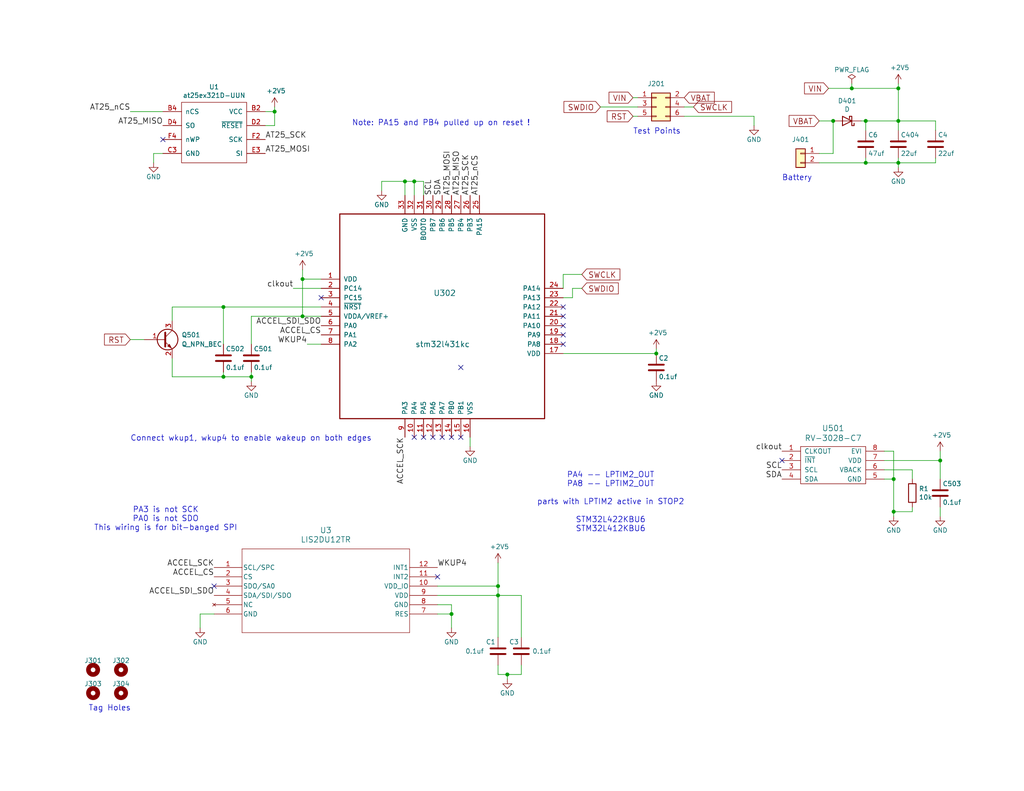
<source format=kicad_sch>
(kicad_sch (version 20231120) (generator "eeschema") (generator_version "8.0")
  (paper "USLetter")
  (title_block (title "BitTag with External Memory and LI2DW12") (date "2025-02-19") (company "IUCS") (comment 1 "Geoffrey Brown"))
  (lib_symbols
    (symbol "BitTagNG:RV-3028-C7-AccelTag" (pin_names (offset 1.016))
      (property "Reference" "U" (at 0 7.62 0))
      (property "Value" "RV-3028-C7-AccelTag" (at 1.27 -7.62 0))
      (symbol "RV-3028-C7-AccelTag_0_1"
        (rectangle (start -8.89 5.08) (end 8.89 -5.08))
      )
      (symbol "RV-3028-C7-AccelTag_1_1"
        (pin input line (at -13.97 3.81 0) (length 5.08) (name "CLKOUT") (number "1"))
        (pin input line (at -13.97 1.27 0) (length 5.08) (name "~{INT}") (number "2"))
        (pin input line (at -13.97 -1.27 0) (length 5.08) (name "SCL") (number "3"))
        (pin input line (at -13.97 -3.81 0) (length 5.08) (name "SDA") (number "4"))
        (pin power_out line (at 13.97 -3.81 180) (length 5.08) (name "GND") (number "5"))
        (pin input line (at 13.97 -1.27 180) (length 5.08) (name "VBACK") (number "6"))
        (pin input line (at 13.97 1.27 180) (length 5.08) (name "VDD") (number "7"))
        (pin input line (at 13.97 3.81 180) (length 5.08) (name "EVI") (number "8"))
      )
    )
    (symbol "BitTagNG:at25ex321D-UUN-AccelTag" (pin_names (offset 1.016))
      (property "Reference" "U" (at 0 7.62 0))
      (property "Value" "at25ex321D-UUN-AccelTag" (at -1.27 -12.7 0))
      (symbol "at25ex321D-UUN-AccelTag_0_1"
        (rectangle (start -8.89 -10.16) (end 8.89 6.35))
      )
      (symbol "at25ex321D-UUN-AccelTag_1_1"
        (pin no_connect line (at -12.7 -12.7 0) (length 5.08) hide (name "NC") (number "A1"))
        (pin no_connect line (at 12.7 -12.7 180) (length 5.08) hide (name "NC") (number "A5"))
        (pin power_in line (at 13.97 3.81 180) (length 5.08) (name "VCC") (number "B2"))
        (pin input line (at -13.97 3.81 0) (length 5.08) (name "nCS") (number "B4"))
        (pin input line (at -13.97 -7.62 0) (length 5.08) (name "GND") (number "C3"))
        (pin input line (at 13.97 0 180) (length 5.08) (name "~{RESET}") (number "D2"))
        (pin output line (at -13.97 0 0) (length 5.08) (name "SO") (number "D4"))
        (pin input line (at 13.97 -7.62 180) (length 5.08) (name "SI") (number "E3"))
        (pin input line (at 13.97 -3.81 180) (length 5.08) (name "SCK") (number "F2"))
        (pin input line (at -13.97 -3.81 0) (length 5.08) (name "nWP") (number "F4"))
        (pin no_connect line (at -12.7 -15.24 0) (length 5.08) hide (name "NC") (number "G1"))
        (pin no_connect line (at 12.7 -15.24 180) (length 5.08) hide (name "NC") (number "G5"))
      )
    )
    (symbol "BitTagNG:stm32l432-AccelTag" (pin_names (offset 1.016))
      (property "Reference" "U" (at 36.83 -3.81 0))
      (property "Value" "stm32l432-AccelTag" (at 59.69 -24.13 0))
      (symbol "stm32l432-AccelTag_1_1"
        (rectangle (start 5.08 17.78) (end 60.96 -38.1) (stroke (width 0.3048)))
        (pin power_in line (at 0 0 0) (length 5.08) (name "VDD") (number "1"))
        (pin bidirectional line (at 25.4 -43.18 90) (length 5.08) (name "PA4") (number "10"))
        (pin bidirectional line (at 27.94 -43.18 90) (length 5.08) (name "PA5") (number "11"))
        (pin bidirectional line (at 30.48 -43.18 90) (length 5.08) (name "PA6") (number "12"))
        (pin bidirectional line (at 33.02 -43.18 90) (length 5.08) (name "PA7") (number "13"))
        (pin bidirectional line (at 35.56 -43.18 90) (length 5.08) (name "PB0") (number "14"))
        (pin bidirectional line (at 38.1 -43.18 90) (length 5.08) (name "PB1") (number "15"))
        (pin input line (at 40.64 -43.18 90) (length 5.08) (name "VSS") (number "16"))
        (pin power_in line (at 66.04 -20.32 180) (length 5.08) (name "VDD") (number "17"))
        (pin bidirectional line (at 66.04 -17.78 180) (length 5.08) (name "PA8") (number "18"))
        (pin bidirectional line (at 66.04 -15.24 180) (length 5.08) (name "PA9") (number "19"))
        (pin bidirectional line (at 0 -2.54 0) (length 5.08) (name "PC14") (number "2"))
        (pin bidirectional line (at 66.04 -12.7 180) (length 5.08) (name "PA10") (number "20"))
        (pin bidirectional line (at 66.04 -10.16 180) (length 5.08) (name "PA11") (number "21"))
        (pin bidirectional line (at 66.04 -7.62 180) (length 5.08) (name "PA12") (number "22"))
        (pin bidirectional line (at 66.04 -5.08 180) (length 5.08) (name "PA13") (number "23"))
        (pin bidirectional line (at 66.04 -2.54 180) (length 5.08) (name "PA14") (number "24"))
        (pin bidirectional line (at 43.18 22.86 270) (length 5.08) (name "PA15") (number "25"))
        (pin bidirectional line (at 40.64 22.86 270) (length 5.08) (name "PB3") (number "26"))
        (pin bidirectional line (at 38.1 22.86 270) (length 5.08) (name "PB4") (number "27"))
        (pin bidirectional line (at 35.56 22.86 270) (length 5.08) (name "PB5") (number "28"))
        (pin bidirectional line (at 33.02 22.86 270) (length 5.08) (name "PB6") (number "29"))
        (pin bidirectional line (at 0 -5.08 0) (length 5.08) (name "PC15") (number "3"))
        (pin bidirectional line (at 30.48 22.86 270) (length 5.08) (name "PB7") (number "30"))
        (pin input line (at 27.94 22.86 270) (length 5.08) (name "BOOT0") (number "31"))
        (pin input line (at 25.4 22.86 270) (length 5.08) (name "VSS") (number "32"))
        (pin input line (at 22.86 22.86 270) (length 5.08) (name "GND") (number "33"))
        (pin bidirectional line (at 0 -7.62 0) (length 5.08) (name "~{NRST}") (number "4"))
        (pin power_in line (at 0 -10.16 0) (length 5.08) (name "VDDA/VREF+") (number "5"))
        (pin bidirectional line (at 0 -12.7 0) (length 5.08) (name "PA0") (number "6"))
        (pin bidirectional line (at 0 -15.24 0) (length 5.08) (name "PA1") (number "7"))
        (pin bidirectional line (at 0 -17.78 0) (length 5.08) (name "PA2") (number "8"))
        (pin bidirectional line (at 22.86 -43.18 90) (length 5.08) (name "PA3") (number "9"))
      )
    )
    (symbol "Connector_Generic:Conn_01x02" (pin_names (offset 1.016) hide)
      (property "Reference" "J" (at 0 2.54 0))
      (property "Value" "Conn_01x02" (at 0 -5.08 0))
      (symbol "Conn_01x02_1_1"
        (rectangle (start -1.27 -2.413) (end 0 -2.667) (stroke (width 0.1524)))
        (rectangle (start -1.27 0.127) (end 0 -0.127) (stroke (width 0.1524)))
        (rectangle (start -1.27 1.27) (end 1.27 -3.81) (stroke (width 0.254)) (fill (type background)))
        (pin passive line (at -5.08 0 0) (length 3.81) (name "Pin_1") (number "1"))
        (pin passive line (at -5.08 -2.54 0) (length 3.81) (name "Pin_2") (number "2"))
      )
    )
    (symbol "Connector_Generic:Conn_02x03_Odd_Even" (pin_names (offset 1.016) hide)
      (property "Reference" "J" (at 1.27 5.08 0))
      (property "Value" "Conn_02x03_Odd_Even" (at 1.27 -5.08 0))
      (symbol "Conn_02x03_Odd_Even_1_1"
        (rectangle (start -1.27 -2.413) (end 0 -2.667) (stroke (width 0.1524)))
        (rectangle (start -1.27 0.127) (end 0 -0.127) (stroke (width 0.1524)))
        (rectangle (start -1.27 2.667) (end 0 2.413) (stroke (width 0.1524)))
        (rectangle (start -1.27 3.81) (end 3.81 -3.81) (stroke (width 0.254)) (fill (type background)))
        (rectangle (start 3.81 -2.413) (end 2.54 -2.667) (stroke (width 0.1524)))
        (rectangle (start 3.81 0.127) (end 2.54 -0.127) (stroke (width 0.1524)))
        (rectangle (start 3.81 2.667) (end 2.54 2.413) (stroke (width 0.1524)))
        (pin passive line (at -5.08 2.54 0) (length 3.81) (name "Pin_1") (number "1"))
        (pin passive line (at 7.62 2.54 180) (length 3.81) (name "Pin_2") (number "2"))
        (pin passive line (at -5.08 0 0) (length 3.81) (name "Pin_3") (number "3"))
        (pin passive line (at 7.62 0 180) (length 3.81) (name "Pin_4") (number "4"))
        (pin passive line (at -5.08 -2.54 0) (length 3.81) (name "Pin_5") (number "5"))
        (pin passive line (at 7.62 -2.54 180) (length 3.81) (name "Pin_6") (number "6"))
      )
    )
    (symbol "Device:C" (pin_numbers hide) (pin_names (offset 0.254))
      (property "Reference" "C" (at 0.635 2.54 0))
      (property "Value" "C" (at 0.635 -2.54 0))
      (symbol "C_0_1"
        (polyline (pts (xy -2.032 -0.762) (xy 2.032 -0.762)) (stroke (width 0.508)))
        (polyline (pts (xy -2.032 0.762) (xy 2.032 0.762)) (stroke (width 0.508)))
      )
      (symbol "C_1_1"
        (pin passive line (at 0 3.81 270) (length 2.794) (name "~") (number "1"))
        (pin passive line (at 0 -3.81 90) (length 2.794) (name "~") (number "2"))
      )
    )
    (symbol "Device:D_Schottky" (pin_numbers hide) (pin_names (offset 1.016) hide)
      (property "Reference" "D" (at 0 2.54 0))
      (property "Value" "D_Schottky" (at 0 -2.54 0))
      (symbol "D_Schottky_0_1"
        (polyline (pts (xy 1.27 0) (xy -1.27 0)))
        (polyline (pts (xy 1.27 1.27) (xy 1.27 -1.27) (xy -1.27 0) (xy 1.27 1.27)) (stroke (width 0.254)))
        (polyline (pts (xy -1.905 0.635) (xy -1.905 1.27) (xy -1.27 1.27) (xy -1.27 -1.27) (xy -0.635 -1.27) (xy -0.635 -0.635)) (stroke (width 0.254)))
      )
      (symbol "D_Schottky_1_1"
        (pin passive line (at -3.81 0 0) (length 2.54) (name "K") (number "1"))
        (pin passive line (at 3.81 0 180) (length 2.54) (name "A") (number "2"))
      )
    )
    (symbol "Device:Q_NPN_BEC" (pin_names (offset 0) hide)
      (property "Reference" "Q" (at 5.08 1.27 0))
      (property "Value" "Q_NPN_BEC" (at 5.08 -1.27 0))
      (symbol "Q_NPN_BEC_0_1"
        (polyline (pts (xy 0.635 0.635) (xy 2.54 2.54)))
        (polyline (pts (xy 0.635 -0.635) (xy 2.54 -2.54) (xy 2.54 -2.54)))
        (polyline (pts (xy 0.635 1.905) (xy 0.635 -1.905) (xy 0.635 -1.905)) (stroke (width 0.508)))
        (polyline (pts (xy 1.27 -1.778) (xy 1.778 -1.27) (xy 2.286 -2.286) (xy 1.27 -1.778) (xy 1.27 -1.778)) (fill (type outline)))
        (circle (center 1.27 0) (radius 2.8194) (stroke (width 0.254)))
      )
      (symbol "Q_NPN_BEC_1_1"
        (pin input line (at -5.08 0 0) (length 5.715) (name "B") (number "1"))
        (pin passive line (at 2.54 -5.08 90) (length 2.54) (name "E") (number "2"))
        (pin passive line (at 2.54 5.08 270) (length 2.54) (name "C") (number "3"))
      )
    )
    (symbol "Device:R" (pin_numbers hide) (pin_names (offset 0))
      (property "Reference" "R" (at 2.032 0 90))
      (property "Value" "R" (at 0 0 90))
      (symbol "R_0_1"
        (rectangle (start -1.016 -2.54) (end 1.016 2.54) (stroke (width 0.254)))
      )
      (symbol "R_1_1"
        (pin passive line (at 0 3.81 270) (length 1.27) (name "~") (number "1"))
        (pin passive line (at 0 -3.81 90) (length 1.27) (name "~") (number "2"))
      )
    )
    (symbol "Mechanical:MountingHole" (pin_names (offset 1.016))
      (property "Reference" "H" (at 0 5.08 0))
      (property "Value" "MountingHole" (at 0 3.175 0))
      (symbol "MountingHole_0_1"
        (circle (center 0 0) (radius 1.27) (stroke (width 1.27)))
      )
    )
    (symbol "lis2du12:LIS2DU12TR" (pin_names (offset 0.254))
      (property "Reference" "U" (at 30.48 10.16 0))
      (property "Value" "LIS2DU12TR" (at 30.48 7.62 0))
      (symbol "LIS2DU12TR_0_1"
        (polyline (pts (xy 7.62 -17.78) (xy 53.34 -17.78)) (stroke (width 0.127)))
        (polyline (pts (xy 7.62 5.08) (xy 7.62 -17.78)) (stroke (width 0.127)))
        (polyline (pts (xy 53.34 -17.78) (xy 53.34 5.08)) (stroke (width 0.127)))
        (polyline (pts (xy 53.34 5.08) (xy 7.62 5.08)) (stroke (width 0.127)))
        (pin unspecified line (at 0 0 0) (length 7.62) (name "SCL/SPC") (number "1"))
        (pin power_in line (at 60.96 -5.08 180) (length 7.62) (name "VDD_IO") (number "10"))
        (pin input line (at 60.96 -2.54 180) (length 7.62) (name "INT2") (number "11"))
        (pin input line (at 60.96 0 180) (length 7.62) (name "INT1") (number "12"))
        (pin unspecified line (at 0 -2.54 0) (length 7.62) (name "CS") (number "2"))
        (pin output line (at 0 -5.08 0) (length 7.62) (name "SDO/SA0") (number "3"))
        (pin bidirectional line (at 0 -7.62 0) (length 7.62) (name "SDA/SDI/SDO") (number "4"))
        (pin no_connect line (at 0 -10.16 0) (length 7.62) (name "NC") (number "5"))
        (pin power_out line (at 0 -12.7 0) (length 7.62) (name "GND") (number "6"))
        (pin power_out line (at 60.96 -12.7 180) (length 7.62) (name "RES") (number "7"))
        (pin power_out line (at 60.96 -10.16 180) (length 7.62) (name "GND") (number "8"))
        (pin power_in line (at 60.96 -7.62 180) (length 7.62) (name "VDD") (number "9"))
      )
    )
    (symbol "power:+2V5" (power) (pin_names (offset 0))
      (property "Value" "+2V5" (at 0 3.556 0))
      (symbol "+2V5_0_1"
        (polyline (pts (xy -0.762 1.27) (xy 0 2.54)))
        (polyline (pts (xy 0 0) (xy 0 2.54)))
        (polyline (pts (xy 0 2.54) (xy 0.762 1.27)))
      )
      (symbol "+2V5_1_1"
        (pin power_in line (at 0 0 90) (length 0) hide (name "+2V5") (number "1"))
      )
    )
    (symbol "power:GND" (power) (pin_names (offset 0))
      (property "Value" "GND" (at 0 -3.81 0))
      (symbol "GND_0_1"
        (polyline (pts (xy 0 0) (xy 0 -1.27) (xy 1.27 -1.27) (xy 0 -2.54) (xy -1.27 -1.27) (xy 0 -1.27)))
      )
      (symbol "GND_1_1"
        (pin power_in line (at 0 0 270) (length 0) hide (name "GND") (number "1"))
      )
    )
    (symbol "power:PWR_FLAG" (power) (pin_numbers hide) (pin_names (offset 0) hide)
      (property "Value" "PWR_FLAG" (at 0 3.81 0))
      (symbol "PWR_FLAG_0_0"
        (pin power_out line (at 0 0 90) (length 0) (name "pwr") (number "1"))
      )
      (symbol "PWR_FLAG_0_1"
        (polyline (pts (xy 0 0) (xy 0 1.27) (xy -1.016 1.905) (xy 0 2.54) (xy 1.016 1.905) (xy 0 1.27)))
      )
    )
  )
  (junction (at 138.43 184.15))
  (junction (at 60.96 102.87))
  (junction (at 227.33 33.02))
  (junction (at 256.54 125.73))
  (junction (at 82.55 86.36))
  (junction (at 110.49 49.53))
  (junction (at 245.11 24.13))
  (junction (at 68.58 102.87))
  (junction (at 232.41 24.13))
  (junction (at 60.96 83.82))
  (junction (at 245.11 33.02))
  (junction (at 123.19 167.64))
  (junction (at 179.07 96.52))
  (junction (at 243.84 139.7))
  (junction (at 113.03 49.53))
  (junction (at 135.89 162.56))
  (junction (at 243.84 130.81))
  (junction (at 82.55 76.2))
  (junction (at 135.89 160.02))
  (junction (at 245.11 44.45))
  (junction (at 236.22 44.45))
  (junction (at 236.22 33.02))
  (junction (at 74.93 30.48))
  (no_connect (at 44.45 38.1))
  (no_connect (at 153.67 83.82))
  (no_connect (at 113.03 119.38))
  (no_connect (at 118.11 119.38))
  (no_connect (at 120.65 119.38))
  (no_connect (at 153.67 91.44))
  (no_connect (at 153.67 86.36))
  (no_connect (at 125.73 100.33))
  (no_connect (at 58.42 160.02))
  (no_connect (at 119.38 157.48))
  (no_connect (at 123.19 119.38))
  (no_connect (at 153.67 93.98))
  (no_connect (at 87.63 81.28))
  (no_connect (at 153.67 88.9))
  (no_connect (at 115.57 119.38))
  (no_connect (at 125.73 119.38))
  (no_connect (at 213.36 125.73))
  (wire (pts (xy 255.27 44.45) (xy 255.27 43.18)))
  (wire (pts (xy 135.89 153.67) (xy 135.89 160.02)))
  (wire (pts (xy 138.43 185.42) (xy 138.43 184.15)))
  (wire (pts (xy 241.3 123.19) (xy 243.84 123.19)))
  (wire (pts (xy 68.58 93.98) (xy 68.58 86.36)))
  (wire (pts (xy 205.74 31.75) (xy 205.74 34.29)))
  (wire (pts (xy 223.52 33.02) (xy 227.33 33.02)))
  (wire (pts (xy 58.42 167.64) (xy 54.61 167.64)))
  (wire (pts (xy 119.38 160.02) (xy 135.89 160.02)))
  (wire (pts (xy 236.22 33.02) (xy 245.11 33.02)))
  (wire (pts (xy 104.14 49.53) (xy 110.49 49.53)))
  (wire (pts (xy 172.72 26.67) (xy 173.99 26.67)))
  (wire (pts (xy 128.27 119.38) (xy 128.27 121.92)))
  (wire (pts (xy 123.19 165.1) (xy 123.19 167.64)))
  (wire (pts (xy 119.38 165.1) (xy 123.19 165.1)))
  (wire (pts (xy 104.14 52.07) (xy 104.14 49.53)))
  (wire (pts (xy 135.89 184.15) (xy 138.43 184.15)))
  (wire (pts (xy 232.41 24.13) (xy 245.11 24.13)))
  (wire (pts (xy 46.99 83.82) (xy 60.96 83.82)))
  (wire (pts (xy 82.55 86.36) (xy 87.63 86.36)))
  (wire (pts (xy 135.89 162.56) (xy 135.89 173.99)))
  (wire (pts (xy 138.43 184.15) (xy 142.24 184.15)))
  (wire (pts (xy 153.67 78.74) (xy 153.67 74.93)))
  (wire (pts (xy 179.07 95.25) (xy 179.07 96.52)))
  (wire (pts (xy 82.55 86.36) (xy 68.58 86.36)))
  (wire (pts (xy 234.95 33.02) (xy 236.22 33.02)))
  (wire (pts (xy 60.96 101.6) (xy 60.96 102.87)))
  (wire (pts (xy 245.11 33.02) (xy 245.11 35.56)))
  (wire (pts (xy 245.11 22.86) (xy 245.11 24.13)))
  (wire (pts (xy 227.33 33.02) (xy 227.33 41.91)))
  (wire (pts (xy 68.58 101.6) (xy 68.58 102.87)))
  (wire (pts (xy 68.58 102.87) (xy 68.58 104.14)))
  (wire (pts (xy 72.39 30.48) (xy 74.93 30.48)))
  (wire (pts (xy 245.11 44.45) (xy 255.27 44.45)))
  (wire (pts (xy 119.38 162.56) (xy 135.89 162.56)))
  (wire (pts (xy 113.03 49.53) (xy 113.03 53.34)))
  (wire (pts (xy 46.99 102.87) (xy 60.96 102.87)))
  (wire (pts (xy 135.89 181.61) (xy 135.89 184.15)))
  (wire (pts (xy 82.55 73.66) (xy 82.55 76.2)))
  (wire (pts (xy 245.11 33.02) (xy 255.27 33.02)))
  (wire (pts (xy 153.67 74.93) (xy 158.75 74.93)))
  (wire (pts (xy 82.55 76.2) (xy 87.63 76.2)))
  (wire (pts (xy 60.96 83.82) (xy 60.96 93.98)))
  (wire (pts (xy 255.27 33.02) (xy 255.27 35.56)))
  (wire (pts (xy 243.84 130.81) (xy 243.84 139.7)))
  (wire (pts (xy 119.38 167.64) (xy 123.19 167.64)))
  (wire (pts (xy 142.24 173.99) (xy 142.24 162.56)))
  (wire (pts (xy 241.3 128.27) (xy 248.92 128.27)))
  (wire (pts (xy 113.03 49.53) (xy 115.57 49.53)))
  (wire (pts (xy 142.24 184.15) (xy 142.24 181.61)))
  (wire (pts (xy 256.54 138.43) (xy 256.54 140.97)))
  (wire (pts (xy 123.19 167.64) (xy 123.19 171.45)))
  (wire (pts (xy 245.11 44.45) (xy 245.11 45.72)))
  (wire (pts (xy 186.69 31.75) (xy 205.74 31.75)))
  (wire (pts (xy 80.01 78.74) (xy 87.63 78.74)))
  (wire (pts (xy 46.99 87.63) (xy 46.99 83.82)))
  (wire (pts (xy 236.22 35.56) (xy 236.22 33.02)))
  (wire (pts (xy 256.54 125.73) (xy 256.54 130.81)))
  (wire (pts (xy 226.06 24.13) (xy 232.41 24.13)))
  (wire (pts (xy 74.93 34.29) (xy 74.93 30.48)))
  (wire (pts (xy 243.84 139.7) (xy 243.84 140.97)))
  (wire (pts (xy 227.33 41.91) (xy 223.52 41.91)))
  (wire (pts (xy 135.89 160.02) (xy 135.89 162.56)))
  (wire (pts (xy 156.21 78.74) (xy 158.75 78.74)))
  (wire (pts (xy 156.21 81.28) (xy 156.21 78.74)))
  (wire (pts (xy 172.72 31.75) (xy 173.99 31.75)))
  (wire (pts (xy 232.41 22.86) (xy 232.41 24.13)))
  (wire (pts (xy 163.83 29.21) (xy 173.99 29.21)))
  (wire (pts (xy 236.22 44.45) (xy 245.11 44.45)))
  (wire (pts (xy 72.39 34.29) (xy 74.93 34.29)))
  (wire (pts (xy 236.22 43.18) (xy 236.22 44.45)))
  (wire (pts (xy 35.56 92.71) (xy 39.37 92.71)))
  (wire (pts (xy 60.96 102.87) (xy 68.58 102.87)))
  (wire (pts (xy 115.57 49.53) (xy 115.57 53.34)))
  (wire (pts (xy 110.49 49.53) (xy 110.49 53.34)))
  (wire (pts (xy 82.55 76.2) (xy 82.55 86.36)))
  (wire (pts (xy 243.84 123.19) (xy 243.84 130.81)))
  (wire (pts (xy 241.3 130.81) (xy 243.84 130.81)))
  (wire (pts (xy 41.91 41.91) (xy 41.91 44.45)))
  (wire (pts (xy 46.99 97.79) (xy 46.99 102.87)))
  (wire (pts (xy 110.49 49.53) (xy 113.03 49.53)))
  (wire (pts (xy 74.93 30.48) (xy 74.93 29.21)))
  (wire (pts (xy 241.3 125.73) (xy 256.54 125.73)))
  (wire (pts (xy 44.45 41.91) (xy 41.91 41.91)))
  (wire (pts (xy 83.82 93.98) (xy 87.63 93.98)))
  (wire (pts (xy 245.11 24.13) (xy 245.11 33.02)))
  (wire (pts (xy 153.67 81.28) (xy 156.21 81.28)))
  (wire (pts (xy 186.69 29.21) (xy 189.23 29.21)))
  (wire (pts (xy 223.52 44.45) (xy 236.22 44.45)))
  (wire (pts (xy 153.67 96.52) (xy 179.07 96.52)))
  (wire (pts (xy 248.92 128.27) (xy 248.92 130.81)))
  (wire (pts (xy 35.56 30.48) (xy 44.45 30.48)))
  (wire (pts (xy 54.61 167.64) (xy 54.61 171.45)))
  (wire (pts (xy 142.24 162.56) (xy 135.89 162.56)))
  (wire (pts (xy 248.92 138.43) (xy 248.92 139.7)))
  (wire (pts (xy 245.11 43.18) (xy 245.11 44.45)))
  (wire (pts (xy 87.63 83.82) (xy 60.96 83.82)))
  (wire (pts (xy 248.92 139.7) (xy 243.84 139.7)))
  (wire (pts (xy 256.54 123.19) (xy 256.54 125.73)))
  (text "PA3 is not SCK\nPA0 is not SDO\nThis wiring is for bit-banged SPI" (at 45.212 141.732 0) (effects (font (size 1.524 1.524))))
  (text "Note: PA15 and PB4 pulled up on reset !" (at 96.012 34.544 0) (effects (font (size 1.524 1.524)) (justify left bottom)))
  (text "Tag Holes" (at 24.13 194.31 0) (effects (font (size 1.524 1.524)) (justify left bottom)))
  (text "Test Points" (at 172.72 36.83 0) (effects (font (size 1.524 1.524)) (justify left bottom)))
  (text "Battery" (at 213.36 49.53 0) (effects (font (size 1.524 1.524)) (justify left bottom)))
  (text "Connect wkup1, wkup4 to enable wakeup on both edges" (at 35.56 120.65 0) (effects (font (size 1.524 1.524)) (justify left bottom)))
  (text "\nPA4 -- LPTIM2_OUT\nPA8 -- LPTIM2_OUT\n\nparts with LPTIM2 active in STOP2\n\nSTM32L422KBU6\nSTM32L412KBU6" (at 166.624 135.89 0) (effects (font (size 1.524 1.524))))
  (label "SDA" (at 120.65 53.34 90) (effects (font (size 1.524 1.524))))
  (label "SDA" (at 213.36 130.81 180) (effects (font (size 1.524 1.524))))
  (label "AT25_SCK" (at 72.39 38.1 0) (effects (font (size 1.524 1.524))))
  (label "clkout" (at 213.36 123.19 180) (effects (font (size 1.524 1.524))))
  (label "WKUP4" (at 83.82 93.98 180) (effects (font (size 1.524 1.524))))
  (label "ACCEL_SDI_SDO" (at 58.42 162.56 180) (effects (font (size 1.524 1.524))))
  (label "clkout" (at 80.01 78.74 180) (effects (font (size 1.524 1.524))))
  (label "ACCEL_CS" (at 87.63 91.44 180) (effects (font (size 1.524 1.524))))
  (label "WKUP4" (at 119.38 154.94 0) (effects (font (size 1.524 1.524))))
  (label "AT25_MOSI" (at 123.19 53.34 90) (effects (font (size 1.524 1.524))))
  (label "AT25_nCS" (at 35.56 30.48 180) (effects (font (size 1.524 1.524))))
  (label "AT25_MOSI" (at 72.39 41.91 0) (effects (font (size 1.524 1.524))))
  (label "AT25_nCS" (at 130.81 53.34 90) (effects (font (size 1.524 1.524))))
  (label "ACCEL_SCK" (at 58.42 154.94 180) (effects (font (size 1.524 1.524))))
  (label "ACCEL_SDI_SDO" (at 87.63 88.9 180) (effects (font (size 1.524 1.524))))
  (label "AT25_MISO" (at 125.73 53.34 90) (effects (font (size 1.524 1.524))))
  (label "ACCEL_CS" (at 58.42 157.48 180) (effects (font (size 1.524 1.524))))
  (label "SCL" (at 118.11 53.34 90) (effects (font (size 1.524 1.524))))
  (label "ACCEL_SCK" (at 110.49 119.38 270) (effects (font (size 1.524 1.524))))
  (label "AT25_SCK" (at 128.27 53.34 90) (effects (font (size 1.524 1.524))))
  (label "AT25_MISO" (at 44.45 34.29 180) (effects (font (size 1.524 1.524))))
  (label "SCL" (at 213.36 128.27 180) (effects (font (size 1.524 1.524))))
  (global_label "SWCLK" (shape input) (at 189.23 29.21 0) (effects (font (size 1.524 1.524))) (property "Intersheetrefs" "${INTERSHEET_REFS}" (effects (hide yes))))
  (global_label "VBAT" (shape input) (at 223.52 33.02 180) (effects (font (size 1.524 1.524))) (property "Intersheetrefs" "${INTERSHEET_REFS}" (effects (hide yes))))
  (global_label "SWDIO" (shape input) (at 158.75 78.74 0) (effects (font (size 1.524 1.524))) (property "Intersheetrefs" "${INTERSHEET_REFS}" (effects (hide yes))))
  (global_label "VBAT" (shape input) (at 186.69 26.67 0) (effects (font (size 1.524 1.524))) (property "Intersheetrefs" "${INTERSHEET_REFS}" (effects (hide yes))))
  (global_label "VIN" (shape input) (at 226.06 24.13 180) (effects (font (size 1.524 1.524))) (property "Intersheetrefs" "${INTERSHEET_REFS}" (effects (hide yes))))
  (global_label "VIN" (shape input) (at 172.72 26.67 180) (effects (font (size 1.524 1.524))) (property "Intersheetrefs" "${INTERSHEET_REFS}" (effects (hide yes))))
  (global_label "SWCLK" (shape input) (at 158.75 74.93 0) (effects (font (size 1.524 1.524))) (property "Intersheetrefs" "${INTERSHEET_REFS}" (effects (hide yes))))
  (global_label "SWDIO" (shape input) (at 163.83 29.21 180) (effects (font (size 1.524 1.524))) (property "Intersheetrefs" "${INTERSHEET_REFS}" (effects (hide yes))))
  (global_label "RST" (shape input) (at 35.56 92.71 180) (effects (font (size 1.524 1.524))) (property "Intersheetrefs" "${INTERSHEET_REFS}" (effects (hide yes))))
  (global_label "RST" (shape input) (at 172.72 31.75 180) (effects (font (size 1.524 1.524))) (property "Intersheetrefs" "${INTERSHEET_REFS}" (effects (hide yes))))
  (symbol (lib_id "BitTagNG:stm32l432-AccelTag") (at 87.63 76.2 0) (unit 1)
    (property "Reference" "U302" (at 124.46 80.01 0) (effects (font (size 1.524 1.524)) (justify right)))
    (property "Value" "stm32l431kc" (at 128.27 93.98 0) (effects (font (size 1.524 1.524)) (justify right)))
    (property "Footprint" "Package_DFN_QFN:QFN-32-1EP_5x5mm_P0.5mm_EP3.45x3.45mm" (effects (hide yes)))
    (property "MFN" "STMicroelectronics" (effects (hide yes)))
    (property "DISTPN" "497-16578-ND" (effects (hide yes)))
    (property "MPN" "STM32L432KCU6" (effects (hide yes)))
    (property "LCSC" "C1337280" (effects (hide yes)))
  )
  (symbol (lib_id "Device:C") (at 60.96 97.79 0) (unit 1)
    (property "Reference" "C502" (at 61.595 95.25 0) (effects (justify left)))
    (property "Value" "0.1uf" (at 61.595 100.33 0) (effects (justify left)))
    (property "Footprint" "Capacitor_SMD:C_0201_0603Metric" (effects (hide yes)))
    (property "MFN" "Murata" (effects (hide yes)))
    (property "MPN" "C181047" (effects (hide yes)))
    (property "DISTPN" "490-10403-1-ND" (effects (hide yes)))
    (property "LCSC" "C181047" (effects (hide yes)))
  )
  (symbol (lib_id "Device:C") (at 68.58 97.79 0) (unit 1)
    (property "Reference" "C501" (at 69.215 95.25 0) (effects (justify left)))
    (property "Value" "0.1uf" (at 69.215 100.33 0) (effects (justify left)))
    (property "Footprint" "Capacitor_SMD:C_0201_0603Metric" (effects (hide yes)))
    (property "MFN" "Murata" (effects (hide yes)))
    (property "MPN" "C181047" (effects (hide yes)))
    (property "DISTPN" "490-10403-1-ND" (effects (hide yes)))
    (property "LCSC" "C181047" (effects (hide yes)))
  )
  (symbol (lib_id "Device:Q_NPN_BEC") (at 44.45 92.71 0) (unit 1)
    (property "Reference" "Q501" (at 49.53 91.44 0) (effects (justify left)))
    (property "Value" "Q_NPN_BEC" (at 49.53 93.98 0) (effects (justify left)))
    (property "Footprint" "Package_TO_SOT_SMD:SOT-883" (effects (hide yes)))
    (property "MFN" "Nexperia" (effects (hide yes)))
    (property "MPN" "BC847AMB,315" (effects (hide yes)))
    (property "DISTPN" "1727-2632-1-ND" (effects (hide yes)))
    (property "LCSC" "C686658" (effects (hide yes)))
  )
  (symbol (lib_id "Device:C") (at 256.54 134.62 0) (unit 1)
    (property "Reference" "C503" (at 257.175 132.08 0) (effects (justify left)))
    (property "Value" "0.1uf" (at 257.175 137.16 0) (effects (justify left)))
    (property "Footprint" "Capacitor_SMD:C_0201_0603Metric" (effects (hide yes)))
    (property "MFN" "Murata" (effects (hide yes)))
    (property "MPN" "C181047" (effects (hide yes)))
    (property "DISTPN" "490-10403-1-ND" (effects (hide yes)))
    (property "LCSC" "C181047" (effects (hide yes)))
  )
  (symbol (lib_id "Mechanical:MountingHole") (at 25.4 182.88 0) (unit 1) (in_bom no)
    (property "Reference" "J301" (at 25.4 180.34 0))
    (property "Value" "Conn_01x01" (effects (hide yes)))
    (property "Footprint" "AccelTag:taghole1.1mm" (effects (hide yes)))
    (property "Populate" "No" (effects (hide yes)))
    (property "Config" "DNF" (effects (hide yes)))
    (property "DNP" "1" (effects (hide yes)))
  )
  (symbol (lib_id "Connector_Generic:Conn_02x03_Odd_Even") (at 179.07 29.21 0) (unit 1) (in_bom no)
    (property "Reference" "J201" (at 179.07 22.86 0))
    (property "Value" "CONN_02X04" (effects (hide yes)))
    (property "Footprint" "AccelTag:tagpoints6" (effects (hide yes)))
    (property "Populate" "No" (effects (hide yes)))
    (property "Config" "DNF" (effects (hide yes)))
    (property "DNP" "1" (effects (hide yes)))
  )
  (symbol (lib_id "power:GND") (at 41.91 44.45 0) (unit 1)
    (property "Reference" "#PWR0102" (effects (hide yes)))
    (property "Value" "GND" (at 41.91 48.26 0))
  )
  (symbol (lib_id "power:GND") (at 68.58 104.14 0) (unit 1)
    (property "Reference" "#PWR0109" (effects (hide yes)))
    (property "Value" "GND" (at 68.58 107.95 0))
  )
  (symbol (lib_id "power:GND") (at 128.27 121.92 0) (unit 1)
    (property "Reference" "#PWR0103" (effects (hide yes)))
    (property "Value" "GND" (at 128.27 125.73 0))
  )
  (symbol (lib_id "power:+2V5") (at 82.55 73.66 0) (unit 1)
    (property "Reference" "#PWR0105" (effects (hide yes)))
    (property "Value" "+2V5" (at 82.931 69.2658 0))
  )
  (symbol (lib_id "power:+2V5") (at 179.07 95.25 0) (unit 1)
    (property "Reference" "#PWR0108" (effects (hide yes)))
    (property "Value" "+2V5" (at 179.451 90.8558 0))
  )
  (symbol (lib_id "power:GND") (at 104.14 52.07 0) (unit 1)
    (property "Reference" "#PWR0110" (effects (hide yes)))
    (property "Value" "GND" (at 104.14 55.88 0))
  )
  (symbol (lib_id "Mechanical:MountingHole") (at 33.02 182.88 0) (unit 1) (in_bom no)
    (property "Reference" "J302" (at 33.02 180.34 0))
    (property "Value" "Conn_01x01" (effects (hide yes)))
    (property "Footprint" "AccelTag:taghole1.1mm" (effects (hide yes)))
    (property "Populate" "No" (effects (hide yes)))
    (property "Config" "DNF" (effects (hide yes)))
    (property "DNP" "1" (effects (hide yes)))
  )
  (symbol (lib_id "Mechanical:MountingHole") (at 25.4 189.23 0) (unit 1) (in_bom no)
    (property "Reference" "J303" (at 25.4 186.69 0))
    (property "Value" "Conn_01x01" (effects (hide yes)))
    (property "Footprint" "AccelTag:taghole1.1mm" (effects (hide yes)))
    (property "Populate" "No" (effects (hide yes)))
    (property "Config" "DNF" (effects (hide yes)))
    (property "DNP" "1" (effects (hide yes)))
  )
  (symbol (lib_id "Mechanical:MountingHole") (at 33.02 189.23 0) (unit 1) (in_bom no)
    (property "Reference" "J304" (at 33.02 186.69 0))
    (property "Value" "Conn_01x01" (effects (hide yes)))
    (property "Footprint" "AccelTag:taghole1.1mm" (effects (hide yes)))
    (property "Populate" "No" (effects (hide yes)))
    (property "Config" "DNF" (effects (hide yes)))
    (property "DNP" "1" (effects (hide yes)))
  )
  (symbol (lib_id "power:GND") (at 205.74 34.29 0) (unit 1)
    (property "Reference" "#PWR0111" (effects (hide yes)))
    (property "Value" "GND" (at 205.74 38.1 0))
  )
  (symbol (lib_id "power:GND") (at 256.54 140.97 0) (unit 1)
    (property "Reference" "#PWR0113" (effects (hide yes)))
    (property "Value" "GND" (at 256.54 144.78 0))
  )
  (symbol (lib_id "power:+2V5") (at 256.54 123.19 0) (unit 1)
    (property "Reference" "#PWR0114" (effects (hide yes)))
    (property "Value" "+2V5" (at 256.921 118.7958 0))
  )
  (symbol (lib_id "power:+2V5") (at 245.11 22.86 0) (unit 1)
    (property "Reference" "#PWR0115" (effects (hide yes)))
    (property "Value" "+2V5" (at 245.491 18.4658 0))
  )
  (symbol (lib_id "power:PWR_FLAG") (at 232.41 22.86 0) (unit 1)
    (property "Reference" "#FLG0102" (effects (hide yes)))
    (property "Value" "PWR_FLAG" (at 232.41 19.05 0))
  )
  (symbol (lib_id "power:GND") (at 245.11 45.72 0) (unit 1)
    (property "Reference" "#PWR0116" (effects (hide yes)))
    (property "Value" "GND" (at 245.11 49.53 0))
  )
  (symbol (lib_id "Connector_Generic:Conn_01x02") (at 218.44 41.91 0) (mirror y) (unit 1) (in_bom no)
    (property "Reference" "J401" (at 218.44 38.1 0))
    (property "Value" "CONN_01X02" (effects (hide yes)))
    (property "Footprint" "AccelTag:MS621" (effects (hide yes)))
    (property "Populate" "No" (effects (hide yes)))
    (property "Config" "DNF" (effects (hide yes)))
    (property "DNP" "1" (effects (hide yes)))
  )
  (symbol (lib_id "Device:D_Schottky") (at 231.14 33.02 180) (unit 1)
    (property "Reference" "D401" (at 231.14 27.5336 0))
    (property "Value" "D" (at 231.14 29.845 0))
    (property "Footprint" "Diode_SMD:D_0402_1005Metric" (effects (hide yes)))
    (property "MFN" "COMCHIP" (effects (hide yes)))
    (property "MPN" "CDBQC0130L-HF" (effects (hide yes)))
    (property "DISTPN" "641-1519-1-ND" (effects (hide yes)))
    (property "LCSC" "C2886012" (effects (hide yes)))
  )
  (symbol (lib_id "Device:C") (at 245.11 39.37 0) (unit 1)
    (property "Reference" "C404" (at 245.745 36.83 0) (effects (justify left)))
    (property "Value" "22uf" (at 245.745 41.91 0) (effects (justify left)))
    (property "Footprint" "Capacitor_SMD:C_0402_1005Metric" (effects (hide yes)))
    (property "DISTPN" "478-9839-1-ND" (effects (hide yes)))
    (property "MFN" "AVX" (effects (hide yes)))
    (property "MPN" "04026D226MAT2A" (effects (hide yes)))
    (property "LCSC" "C2179118" (effects (hide yes)))
  )
  (symbol (lib_id "power:+2V5") (at 74.93 29.21 0) (unit 1)
    (property "Reference" "#PWR0107" (effects (hide yes)))
    (property "Value" "+2V5" (at 75.311 24.8158 0))
  )
  (symbol (lib_id "BitTagNG:RV-3028-C7-AccelTag") (at 227.33 127 0) (unit 1)
    (property "Reference" "U501" (at 227.33 116.9162 0) (effects (font (size 1.524 1.524))))
    (property "Value" "RV-3028-C7" (at 227.33 119.6086 0) (effects (font (size 1.524 1.524))))
    (property "Footprint" "AccelTag:RV-8803-C7" (effects (hide yes)))
    (property "DISTPN" "2195-RV-3028-C732.768KHZ1PPM-TA-QACT-ND" (effects (hide yes)))
    (property "MFN" "Micro Crystal" (effects (hide yes)))
    (property "MPN" "RV-3028-C7 32.768KHZ 1PPM-TA-QA" (effects (hide yes)))
    (property "LCSC" "C3019759" (effects (hide yes)))
  )
  (symbol (lib_id "Device:R") (at 248.92 134.62 0) (unit 1)
    (property "Reference" "R1" (at 250.698 133.4516 0) (effects (justify left)))
    (property "Value" "10k" (at 250.698 135.763 0) (effects (justify left)))
    (property "Footprint" "Resistor_SMD:R_0201_0603Metric" (effects (hide yes)))
    (property "DISTPN" "311-10.0KMCT-ND" (effects (hide yes)))
    (property "MFN" "Yaego" (effects (hide yes)))
    (property "MPN" "RC0201FR-0710KL" (effects (hide yes)))
    (property "Macrofab" "MF-RES-0402-10K" (effects (hide yes)))
    (property "LCSC" "C106225" (effects (hide yes)))
  )
  (symbol (lib_id "BitTagNG:at25ex321D-UUN-AccelTag") (at 58.42 34.29 0) (unit 1)
    (property "Reference" "U1" (at 58.42 23.749 0))
    (property "Value" "at25ex321D-UUN" (at 58.42 26.0604 0))
    (property "Footprint" "AccelTag:adesto_wlcsp12" (effects (hide yes)))
    (property "DISTPN" "724-AT25FF321A-UUN-T" (effects (hide yes)))
    (property "MFN" "adesto" (effects (hide yes)))
    (property "MPN" "AT25FF321A-UUN-T" (effects (hide yes)))
    (property "LCSC" "C1858339" (effects (hide yes)))
  )
  (symbol (lib_id "Device:C") (at 135.89 177.8 0) (mirror y) (unit 1)
    (property "Reference" "C1" (at 135.255 175.26 0) (effects (justify left)))
    (property "Value" "0.1uf" (at 132.08 177.8 0) (effects (justify left)))
    (property "Footprint" "Capacitor_SMD:C_0201_0603Metric" (effects (hide yes)))
    (property "MFN" "Murata" (effects (hide yes)))
    (property "DISTPN" "490-10403-1-ND" (effects (hide yes)))
    (property "MPN" "C181047" (effects (hide yes)))
    (property "LCSC" "C181047" (effects (hide yes)))
  )
  (symbol (lib_id "Device:C") (at 179.07 100.33 0) (unit 1)
    (property "Reference" "C2" (at 179.705 97.79 0) (effects (justify left)))
    (property "Value" "0.1uf" (at 179.705 102.87 0) (effects (justify left)))
    (property "Footprint" "Capacitor_SMD:C_0201_0603Metric" (effects (hide yes)))
    (property "MFN" "murata" (effects (hide yes)))
    (property "MPN" "GRM033R60J105MEA2D" (effects (hide yes)))
    (property "DISTPN" "490-7229-2-ND" (effects (hide yes)))
    (property "LCSC" "C76929" (effects (hide yes)))
  )
  (symbol (lib_id "power:GND") (at 179.07 104.14 0) (unit 1)
    (property "Reference" "#PWR0101" (effects (hide yes)))
    (property "Value" "GND" (at 179.07 107.95 0))
  )
  (symbol (lib_id "power:GND") (at 138.43 185.42 0) (unit 1)
    (property "Reference" "#PWR0118" (effects (hide yes)))
    (property "Value" "GND" (at 138.43 189.23 0))
  )
  (symbol (lib_id "power:GND") (at 123.19 171.45 0) (unit 1)
    (property "Reference" "#PWR01" (effects (hide yes)))
    (property "Value" "GND" (at 123.19 175.26 0))
  )
  (symbol (lib_id "power:+2V5") (at 135.89 153.67 0) (unit 1)
    (property "Reference" "#PWR0119" (effects (hide yes)))
    (property "Value" "+2V5" (at 136.271 149.2758 0))
  )
  (symbol (lib_id "Device:C") (at 236.22 39.37 0) (unit 1)
    (property "Reference" "C6" (at 236.855 36.83 0) (effects (justify left)))
    (property "Value" "47uf" (at 236.855 41.91 0) (effects (justify left)))
    (property "Footprint" "Capacitor_SMD:C_0603_1608Metric" (effects (hide yes)))
    (property "DISTPN" "478-11180-1-ND" (effects (hide yes)))
    (property "MFN" "KYOCERA AVX" (effects (hide yes)))
    (property "MPN" "06036D476MAT2A" (effects (hide yes)))
  )
  (symbol (lib_id "lis2du12:LIS2DU12TR") (at 58.42 154.94 0) (unit 1)
    (property "Reference" "U3" (at 88.9 144.78 0) (effects (font (size 1.524 1.524))))
    (property "Value" "LIS2DU12TR" (at 88.9 147.32 0) (effects (font (size 1.524 1.524))))
    (property "Footprint" "AccelTag:LGA-12L_LIS2DU12_STM" (effects (hide yes)))
    (property "Datasheet" "LIS2DU12TR" (effects (hide yes)))
  )
  (symbol (lib_id "power:GND") (at 54.61 171.45 0) (unit 1)
    (property "Reference" "#PWR02" (effects (hide yes)))
    (property "Value" "GND" (at 54.61 175.26 0))
  )
  (symbol (lib_id "power:GND") (at 243.84 140.97 0) (unit 1)
    (property "Reference" "#PWR0112" (effects (hide yes)))
    (property "Value" "GND" (at 243.84 144.78 0))
  )
  (symbol (lib_id "Device:C") (at 142.24 177.8 0) (mirror y) (unit 1)
    (property "Reference" "C3" (at 141.605 175.26 0) (effects (justify left)))
    (property "Value" "0.1uf" (at 150.368 177.8 0) (effects (justify left)))
    (property "Footprint" "Capacitor_SMD:C_0201_0603Metric" (effects (hide yes)))
    (property "MFN" "Murata" (effects (hide yes)))
    (property "DISTPN" "490-10403-1-ND" (effects (hide yes)))
    (property "MPN" "C181047" (effects (hide yes)))
    (property "LCSC" "C181047" (effects (hide yes)))
  )
  (symbol (lib_id "Device:C") (at 255.27 39.37 0) (unit 1)
    (property "Reference" "C4" (at 255.905 36.83 0) (effects (justify left)))
    (property "Value" "22uf" (at 255.905 41.91 0) (effects (justify left)))
    (property "Footprint" "Capacitor_SMD:C_0402_1005Metric" (effects (hide yes)))
    (property "DISTPN" "478-9839-1-ND" (effects (hide yes)))
    (property "MFN" "AVX" (effects (hide yes)))
    (property "MPN" "04026D226MAT2A" (effects (hide yes)))
    (property "LCSC" "C2179118" (effects (hide yes)))
  )
)
</source>
